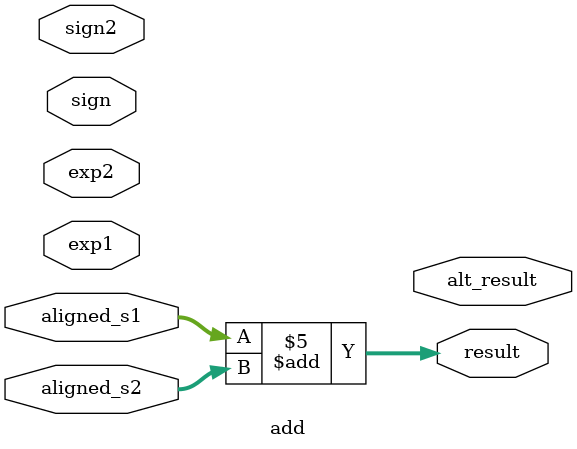
<source format=v>
`timescale 1ns / 1ps


module add(
input sign,sign2,
input [9:0] aligned_s1,aligned_s2,
input [7:0] exp1,exp2,
output [10:0] result,alt_result

);

wire [10:0] long_s,long_s2,inv_s1,inv_s2;
wire [10:0] carry1,carry2;

assign inv_s1=~aligned_s1;
assign inv_s2=~aligned_s2;

assign result= aligned_s1+aligned_s2;
endmodule

</source>
